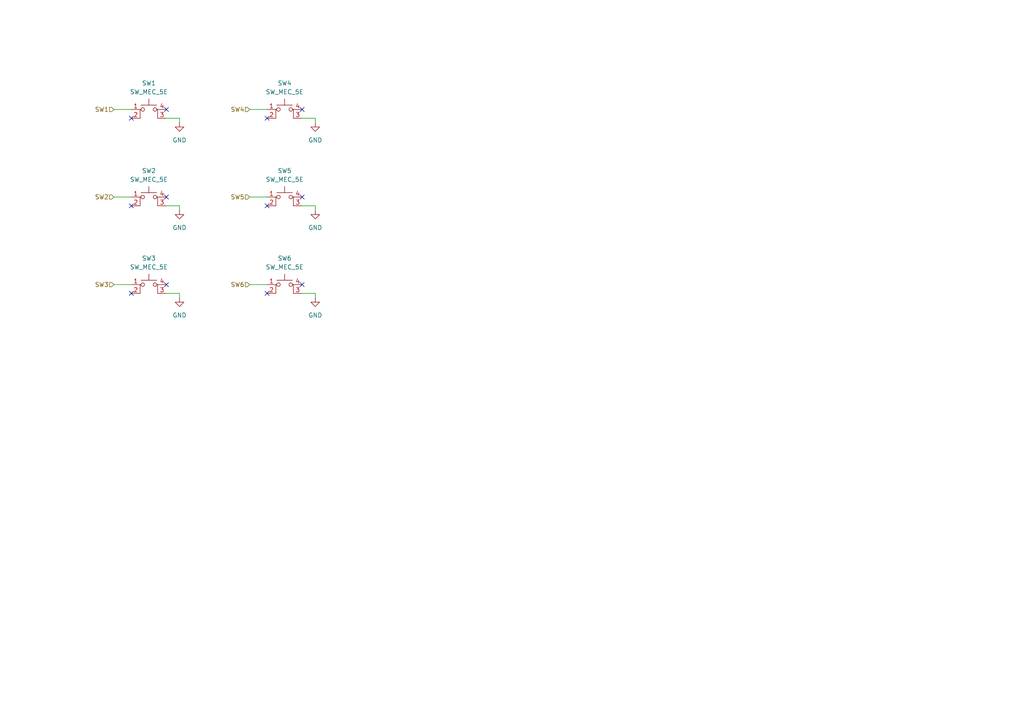
<source format=kicad_sch>
(kicad_sch (version 20211123) (generator eeschema)

  (uuid b018a2dd-5d55-4d47-bdce-09f41f0ce1b9)

  (paper "A4")

  (lib_symbols
    (symbol "Switch:SW_MEC_5E" (pin_names (offset 1.016) hide) (in_bom yes) (on_board yes)
      (property "Reference" "SW" (id 0) (at 0.635 5.715 0)
        (effects (font (size 1.27 1.27)) (justify left))
      )
      (property "Value" "SW_MEC_5E" (id 1) (at 0 -3.175 0)
        (effects (font (size 1.27 1.27)))
      )
      (property "Footprint" "" (id 2) (at 0 7.62 0)
        (effects (font (size 1.27 1.27)) hide)
      )
      (property "Datasheet" "http://www.apem.com/int/index.php?controller=attachment&id_attachment=1371" (id 3) (at 0 7.62 0)
        (effects (font (size 1.27 1.27)) hide)
      )
      (property "ki_keywords" "switch normally-open pushbutton push-button" (id 4) (at 0 0 0)
        (effects (font (size 1.27 1.27)) hide)
      )
      (property "ki_description" "MEC 5E single pole normally-open tactile switch" (id 5) (at 0 0 0)
        (effects (font (size 1.27 1.27)) hide)
      )
      (property "ki_fp_filters" "SW*MEC*5G*" (id 6) (at 0 0 0)
        (effects (font (size 1.27 1.27)) hide)
      )
      (symbol "SW_MEC_5E_0_1"
        (circle (center -1.778 2.54) (radius 0.508)
          (stroke (width 0) (type default) (color 0 0 0 0))
          (fill (type none))
        )
        (polyline
          (pts
            (xy -2.286 3.81)
            (xy 2.286 3.81)
          )
          (stroke (width 0) (type default) (color 0 0 0 0))
          (fill (type none))
        )
        (polyline
          (pts
            (xy 0 3.81)
            (xy 0 5.588)
          )
          (stroke (width 0) (type default) (color 0 0 0 0))
          (fill (type none))
        )
        (polyline
          (pts
            (xy -2.54 0)
            (xy -2.54 2.54)
            (xy -2.286 2.54)
          )
          (stroke (width 0) (type default) (color 0 0 0 0))
          (fill (type none))
        )
        (polyline
          (pts
            (xy 2.54 0)
            (xy 2.54 2.54)
            (xy 2.286 2.54)
          )
          (stroke (width 0) (type default) (color 0 0 0 0))
          (fill (type none))
        )
        (circle (center 1.778 2.54) (radius 0.508)
          (stroke (width 0) (type default) (color 0 0 0 0))
          (fill (type none))
        )
        (pin passive line (at -5.08 2.54 0) (length 2.54)
          (name "1" (effects (font (size 1.27 1.27))))
          (number "1" (effects (font (size 1.27 1.27))))
        )
        (pin passive line (at -5.08 0 0) (length 2.54)
          (name "2" (effects (font (size 1.27 1.27))))
          (number "2" (effects (font (size 1.27 1.27))))
        )
        (pin passive line (at 5.08 0 180) (length 2.54)
          (name "K" (effects (font (size 1.27 1.27))))
          (number "3" (effects (font (size 1.27 1.27))))
        )
        (pin passive line (at 5.08 2.54 180) (length 2.54)
          (name "A" (effects (font (size 1.27 1.27))))
          (number "4" (effects (font (size 1.27 1.27))))
        )
      )
    )
    (symbol "power:GND" (power) (pin_names (offset 0)) (in_bom yes) (on_board yes)
      (property "Reference" "#PWR" (id 0) (at 0 -6.35 0)
        (effects (font (size 1.27 1.27)) hide)
      )
      (property "Value" "GND" (id 1) (at 0 -3.81 0)
        (effects (font (size 1.27 1.27)))
      )
      (property "Footprint" "" (id 2) (at 0 0 0)
        (effects (font (size 1.27 1.27)) hide)
      )
      (property "Datasheet" "" (id 3) (at 0 0 0)
        (effects (font (size 1.27 1.27)) hide)
      )
      (property "ki_keywords" "power-flag" (id 4) (at 0 0 0)
        (effects (font (size 1.27 1.27)) hide)
      )
      (property "ki_description" "Power symbol creates a global label with name \"GND\" , ground" (id 5) (at 0 0 0)
        (effects (font (size 1.27 1.27)) hide)
      )
      (symbol "GND_0_1"
        (polyline
          (pts
            (xy 0 0)
            (xy 0 -1.27)
            (xy 1.27 -1.27)
            (xy 0 -2.54)
            (xy -1.27 -1.27)
            (xy 0 -1.27)
          )
          (stroke (width 0) (type default) (color 0 0 0 0))
          (fill (type none))
        )
      )
      (symbol "GND_1_1"
        (pin power_in line (at 0 0 270) (length 0) hide
          (name "GND" (effects (font (size 1.27 1.27))))
          (number "1" (effects (font (size 1.27 1.27))))
        )
      )
    )
  )


  (no_connect (at 38.1 85.09) (uuid 75060898-447d-44c9-8011-79aaa88a93c8))
  (no_connect (at 48.26 82.55) (uuid 75060898-447d-44c9-8011-79aaa88a93c8))
  (no_connect (at 77.47 59.69) (uuid 75060898-447d-44c9-8011-79aaa88a93c8))
  (no_connect (at 87.63 57.15) (uuid 75060898-447d-44c9-8011-79aaa88a93c8))
  (no_connect (at 38.1 59.69) (uuid 75060898-447d-44c9-8011-79aaa88a93c8))
  (no_connect (at 48.26 57.15) (uuid 75060898-447d-44c9-8011-79aaa88a93c8))
  (no_connect (at 77.47 85.09) (uuid 75060898-447d-44c9-8011-79aaa88a93c8))
  (no_connect (at 87.63 82.55) (uuid 75060898-447d-44c9-8011-79aaa88a93c8))
  (no_connect (at 38.1 34.29) (uuid 75060898-447d-44c9-8011-79aaa88a93c8))
  (no_connect (at 48.26 31.75) (uuid 75060898-447d-44c9-8011-79aaa88a93c8))
  (no_connect (at 77.47 34.29) (uuid 75060898-447d-44c9-8011-79aaa88a93c8))
  (no_connect (at 87.63 31.75) (uuid 75060898-447d-44c9-8011-79aaa88a93c8))

  (wire (pts (xy 52.07 86.36) (xy 52.07 85.09))
    (stroke (width 0) (type default) (color 0 0 0 0))
    (uuid 1d51243a-aa9e-4a86-9d4a-6018e4d7224c)
  )
  (wire (pts (xy 91.44 35.56) (xy 91.44 34.29))
    (stroke (width 0) (type default) (color 0 0 0 0))
    (uuid 3b4b0f4f-9fb6-4a00-8379-37fd9d850034)
  )
  (wire (pts (xy 33.02 82.55) (xy 38.1 82.55))
    (stroke (width 0) (type default) (color 0 0 0 0))
    (uuid 48244ba7-1743-415e-b652-f1d2af972dda)
  )
  (wire (pts (xy 52.07 34.29) (xy 48.26 34.29))
    (stroke (width 0) (type default) (color 0 0 0 0))
    (uuid 50332406-e284-46e0-a619-78776c649afd)
  )
  (wire (pts (xy 91.44 59.69) (xy 87.63 59.69))
    (stroke (width 0) (type default) (color 0 0 0 0))
    (uuid 5b2a431d-cc93-4b18-a00c-24485c6b4830)
  )
  (wire (pts (xy 33.02 31.75) (xy 38.1 31.75))
    (stroke (width 0) (type default) (color 0 0 0 0))
    (uuid 5e568623-f339-48f9-ab99-4ab13fc46419)
  )
  (wire (pts (xy 91.44 34.29) (xy 87.63 34.29))
    (stroke (width 0) (type default) (color 0 0 0 0))
    (uuid 6ffbaf37-65c5-49d3-9a51-e90477c665b0)
  )
  (wire (pts (xy 52.07 59.69) (xy 48.26 59.69))
    (stroke (width 0) (type default) (color 0 0 0 0))
    (uuid 727b9f2a-c716-46c7-994d-910dea9f8a5e)
  )
  (wire (pts (xy 52.07 85.09) (xy 48.26 85.09))
    (stroke (width 0) (type default) (color 0 0 0 0))
    (uuid 8011ee40-a001-4999-9ea2-8d2ac3fbb0d2)
  )
  (wire (pts (xy 52.07 60.96) (xy 52.07 59.69))
    (stroke (width 0) (type default) (color 0 0 0 0))
    (uuid 88ab816b-1eb7-4d66-b3f9-1053adaf6b2c)
  )
  (wire (pts (xy 91.44 85.09) (xy 87.63 85.09))
    (stroke (width 0) (type default) (color 0 0 0 0))
    (uuid 8f1c716a-152b-4923-8383-42756226083a)
  )
  (wire (pts (xy 91.44 86.36) (xy 91.44 85.09))
    (stroke (width 0) (type default) (color 0 0 0 0))
    (uuid 8fe376bf-0d6a-4f0a-803d-df34ea4a8426)
  )
  (wire (pts (xy 52.07 35.56) (xy 52.07 34.29))
    (stroke (width 0) (type default) (color 0 0 0 0))
    (uuid 9aa2bb98-ac91-4312-9b8c-145d5ac1b08f)
  )
  (wire (pts (xy 91.44 60.96) (xy 91.44 59.69))
    (stroke (width 0) (type default) (color 0 0 0 0))
    (uuid 9dcffeeb-2577-44d4-95af-740aeace409e)
  )
  (wire (pts (xy 72.39 57.15) (xy 77.47 57.15))
    (stroke (width 0) (type default) (color 0 0 0 0))
    (uuid b523fca7-2a7e-459a-b17b-29e30cb877be)
  )
  (wire (pts (xy 72.39 31.75) (xy 77.47 31.75))
    (stroke (width 0) (type default) (color 0 0 0 0))
    (uuid b862f9dd-301a-4464-aa53-245d8e7f703f)
  )
  (wire (pts (xy 33.02 57.15) (xy 38.1 57.15))
    (stroke (width 0) (type default) (color 0 0 0 0))
    (uuid c1db1e3b-ba96-4aa2-8977-170acb0c0cad)
  )
  (wire (pts (xy 72.39 82.55) (xy 77.47 82.55))
    (stroke (width 0) (type default) (color 0 0 0 0))
    (uuid ec55e526-b6a4-4200-a88b-50c3bfa54e45)
  )

  (hierarchical_label "SW2" (shape input) (at 33.02 57.15 180)
    (effects (font (size 1.27 1.27)) (justify right))
    (uuid 427939a6-4e9c-4119-ad35-48409f5a1797)
  )
  (hierarchical_label "SW6" (shape input) (at 72.39 82.55 180)
    (effects (font (size 1.27 1.27)) (justify right))
    (uuid 462b58ec-7c50-4b1e-9cca-73e05f554f97)
  )
  (hierarchical_label "SW3" (shape input) (at 33.02 82.55 180)
    (effects (font (size 1.27 1.27)) (justify right))
    (uuid 709652a1-6ba1-47d0-bc2e-a2047a566b08)
  )
  (hierarchical_label "SW4" (shape input) (at 72.39 31.75 180)
    (effects (font (size 1.27 1.27)) (justify right))
    (uuid c695e461-e736-4854-b19d-7d8af6c08cf2)
  )
  (hierarchical_label "SW5" (shape input) (at 72.39 57.15 180)
    (effects (font (size 1.27 1.27)) (justify right))
    (uuid f1faf020-d555-4065-a989-1534696859a7)
  )
  (hierarchical_label "SW1" (shape input) (at 33.02 31.75 180)
    (effects (font (size 1.27 1.27)) (justify right))
    (uuid f47e0104-0cba-4da1-8611-12407d43be4d)
  )

  (symbol (lib_id "Switch:SW_MEC_5E") (at 43.18 34.29 0) (unit 1)
    (in_bom yes) (on_board yes) (fields_autoplaced)
    (uuid 4b27c89a-8454-4ba8-803e-90e6c91e079f)
    (property "Reference" "SW1" (id 0) (at 43.18 24.13 0))
    (property "Value" "SW_MEC_5E" (id 1) (at 43.18 26.67 0))
    (property "Footprint" "Button_Switch_SMD:SW_MEC_5GSH9" (id 2) (at 43.18 26.67 0)
      (effects (font (size 1.27 1.27)) hide)
    )
    (property "Datasheet" "http://www.apem.com/int/index.php?controller=attachment&id_attachment=1371" (id 3) (at 43.18 26.67 0)
      (effects (font (size 1.27 1.27)) hide)
    )
    (pin "1" (uuid 5926c2ed-b5dd-4296-9c85-b9f45956ce2d))
    (pin "2" (uuid 8b6f9db7-a7bb-486d-aa91-c44c1bc42cab))
    (pin "3" (uuid f4f46f09-73d4-4fcc-96f1-e80acbef5d67))
    (pin "4" (uuid 6baf8e57-c2cd-4cc7-ad15-afc156a30494))
  )

  (symbol (lib_id "power:GND") (at 52.07 60.96 0) (unit 1)
    (in_bom yes) (on_board yes) (fields_autoplaced)
    (uuid 6fdbd8b7-241a-44be-9ae7-bf590a1eea28)
    (property "Reference" "#PWR029" (id 0) (at 52.07 67.31 0)
      (effects (font (size 1.27 1.27)) hide)
    )
    (property "Value" "GND" (id 1) (at 52.07 66.04 0))
    (property "Footprint" "" (id 2) (at 52.07 60.96 0)
      (effects (font (size 1.27 1.27)) hide)
    )
    (property "Datasheet" "" (id 3) (at 52.07 60.96 0)
      (effects (font (size 1.27 1.27)) hide)
    )
    (pin "1" (uuid 43e4b1d5-50ef-4dc6-9442-7dae809ce6f5))
  )

  (symbol (lib_id "power:GND") (at 91.44 86.36 0) (unit 1)
    (in_bom yes) (on_board yes) (fields_autoplaced)
    (uuid 7966ce44-4b4e-4318-b199-982a323f8696)
    (property "Reference" "#PWR033" (id 0) (at 91.44 92.71 0)
      (effects (font (size 1.27 1.27)) hide)
    )
    (property "Value" "GND" (id 1) (at 91.44 91.44 0))
    (property "Footprint" "" (id 2) (at 91.44 86.36 0)
      (effects (font (size 1.27 1.27)) hide)
    )
    (property "Datasheet" "" (id 3) (at 91.44 86.36 0)
      (effects (font (size 1.27 1.27)) hide)
    )
    (pin "1" (uuid edcf4331-865e-4994-a1c8-38a4f5ae6283))
  )

  (symbol (lib_id "Switch:SW_MEC_5E") (at 43.18 59.69 0) (unit 1)
    (in_bom yes) (on_board yes) (fields_autoplaced)
    (uuid 96d74377-bd1f-4c60-b2d5-38b41275db7a)
    (property "Reference" "SW2" (id 0) (at 43.18 49.53 0))
    (property "Value" "SW_MEC_5E" (id 1) (at 43.18 52.07 0))
    (property "Footprint" "Button_Switch_SMD:SW_MEC_5GSH9" (id 2) (at 43.18 52.07 0)
      (effects (font (size 1.27 1.27)) hide)
    )
    (property "Datasheet" "http://www.apem.com/int/index.php?controller=attachment&id_attachment=1371" (id 3) (at 43.18 52.07 0)
      (effects (font (size 1.27 1.27)) hide)
    )
    (pin "1" (uuid 4dc1cfc5-f62e-40d9-b724-7532f1453df1))
    (pin "2" (uuid 85e720e8-40c3-4f0f-bb21-fe26cce9b49c))
    (pin "3" (uuid 78600d00-db82-40b8-93f2-bcfe08c8a888))
    (pin "4" (uuid 97fd6357-569d-49a0-bc6f-1f0022156229))
  )

  (symbol (lib_id "power:GND") (at 91.44 35.56 0) (unit 1)
    (in_bom yes) (on_board yes) (fields_autoplaced)
    (uuid 9b953cad-8cde-4ffc-a780-44ad7cd5a935)
    (property "Reference" "#PWR031" (id 0) (at 91.44 41.91 0)
      (effects (font (size 1.27 1.27)) hide)
    )
    (property "Value" "GND" (id 1) (at 91.44 40.64 0))
    (property "Footprint" "" (id 2) (at 91.44 35.56 0)
      (effects (font (size 1.27 1.27)) hide)
    )
    (property "Datasheet" "" (id 3) (at 91.44 35.56 0)
      (effects (font (size 1.27 1.27)) hide)
    )
    (pin "1" (uuid 3dc6b75c-2020-42bb-bfc5-6e7c1f03a21c))
  )

  (symbol (lib_id "Switch:SW_MEC_5E") (at 82.55 59.69 0) (unit 1)
    (in_bom yes) (on_board yes) (fields_autoplaced)
    (uuid 9eeebe13-2fa9-4aea-9479-4f984db42112)
    (property "Reference" "SW5" (id 0) (at 82.55 49.53 0))
    (property "Value" "SW_MEC_5E" (id 1) (at 82.55 52.07 0))
    (property "Footprint" "Button_Switch_SMD:SW_MEC_5GSH9" (id 2) (at 82.55 52.07 0)
      (effects (font (size 1.27 1.27)) hide)
    )
    (property "Datasheet" "http://www.apem.com/int/index.php?controller=attachment&id_attachment=1371" (id 3) (at 82.55 52.07 0)
      (effects (font (size 1.27 1.27)) hide)
    )
    (pin "1" (uuid b9d79ff6-6ace-422f-b257-08aa7986ea0d))
    (pin "2" (uuid 62b92124-01fe-4120-9a66-c53415c7e382))
    (pin "3" (uuid 9f0ebc88-db7a-411d-999e-97ff1a9dd83e))
    (pin "4" (uuid f5495d81-5b8c-462f-8237-1609634cae2b))
  )

  (symbol (lib_id "Switch:SW_MEC_5E") (at 82.55 85.09 0) (unit 1)
    (in_bom yes) (on_board yes) (fields_autoplaced)
    (uuid a5dcf6d1-c1aa-40cf-a27b-ff3974a5141a)
    (property "Reference" "SW6" (id 0) (at 82.55 74.93 0))
    (property "Value" "SW_MEC_5E" (id 1) (at 82.55 77.47 0))
    (property "Footprint" "Button_Switch_SMD:SW_MEC_5GSH9" (id 2) (at 82.55 77.47 0)
      (effects (font (size 1.27 1.27)) hide)
    )
    (property "Datasheet" "http://www.apem.com/int/index.php?controller=attachment&id_attachment=1371" (id 3) (at 82.55 77.47 0)
      (effects (font (size 1.27 1.27)) hide)
    )
    (pin "1" (uuid f49e2266-9705-4f0e-86cb-24e4364dbb08))
    (pin "2" (uuid d51c7fa9-66c6-4665-abc6-ecba44d155f0))
    (pin "3" (uuid 2c469a3b-f70e-4c45-bb27-72103d05d7c1))
    (pin "4" (uuid dd835a88-0c63-47bc-bf1a-7b2adc649f35))
  )

  (symbol (lib_id "power:GND") (at 52.07 86.36 0) (unit 1)
    (in_bom yes) (on_board yes) (fields_autoplaced)
    (uuid b2028331-a939-4527-9304-505fec8dccde)
    (property "Reference" "#PWR030" (id 0) (at 52.07 92.71 0)
      (effects (font (size 1.27 1.27)) hide)
    )
    (property "Value" "GND" (id 1) (at 52.07 91.44 0))
    (property "Footprint" "" (id 2) (at 52.07 86.36 0)
      (effects (font (size 1.27 1.27)) hide)
    )
    (property "Datasheet" "" (id 3) (at 52.07 86.36 0)
      (effects (font (size 1.27 1.27)) hide)
    )
    (pin "1" (uuid 922d8b26-1720-4e5a-819f-44bd863d9636))
  )

  (symbol (lib_id "power:GND") (at 91.44 60.96 0) (unit 1)
    (in_bom yes) (on_board yes) (fields_autoplaced)
    (uuid b40610f8-16a1-4bed-8e86-b23324da2fce)
    (property "Reference" "#PWR032" (id 0) (at 91.44 67.31 0)
      (effects (font (size 1.27 1.27)) hide)
    )
    (property "Value" "GND" (id 1) (at 91.44 66.04 0))
    (property "Footprint" "" (id 2) (at 91.44 60.96 0)
      (effects (font (size 1.27 1.27)) hide)
    )
    (property "Datasheet" "" (id 3) (at 91.44 60.96 0)
      (effects (font (size 1.27 1.27)) hide)
    )
    (pin "1" (uuid 15e17fda-0eb1-47f5-acb8-fced5bb9fcd7))
  )

  (symbol (lib_id "power:GND") (at 52.07 35.56 0) (unit 1)
    (in_bom yes) (on_board yes) (fields_autoplaced)
    (uuid d569c7cd-6a7c-48d1-ba2b-fbfb4826c52e)
    (property "Reference" "#PWR028" (id 0) (at 52.07 41.91 0)
      (effects (font (size 1.27 1.27)) hide)
    )
    (property "Value" "GND" (id 1) (at 52.07 40.64 0))
    (property "Footprint" "" (id 2) (at 52.07 35.56 0)
      (effects (font (size 1.27 1.27)) hide)
    )
    (property "Datasheet" "" (id 3) (at 52.07 35.56 0)
      (effects (font (size 1.27 1.27)) hide)
    )
    (pin "1" (uuid 4b8019fb-f0f4-4a10-a7c4-c68c918a72cc))
  )

  (symbol (lib_id "Switch:SW_MEC_5E") (at 82.55 34.29 0) (unit 1)
    (in_bom yes) (on_board yes) (fields_autoplaced)
    (uuid f2b11e95-665e-44ea-9fbf-3b9614712110)
    (property "Reference" "SW4" (id 0) (at 82.55 24.13 0))
    (property "Value" "SW_MEC_5E" (id 1) (at 82.55 26.67 0))
    (property "Footprint" "Button_Switch_SMD:SW_MEC_5GSH9" (id 2) (at 82.55 26.67 0)
      (effects (font (size 1.27 1.27)) hide)
    )
    (property "Datasheet" "http://www.apem.com/int/index.php?controller=attachment&id_attachment=1371" (id 3) (at 82.55 26.67 0)
      (effects (font (size 1.27 1.27)) hide)
    )
    (pin "1" (uuid 33a3d902-795e-41ad-a91b-b3ea855029f4))
    (pin "2" (uuid ad57a4c2-4855-48ce-a97c-ad06da402b48))
    (pin "3" (uuid 237eb716-5295-44d3-9835-f8feb53929b1))
    (pin "4" (uuid e0521593-12f9-4d82-9b07-7455708626df))
  )

  (symbol (lib_id "Switch:SW_MEC_5E") (at 43.18 85.09 0) (unit 1)
    (in_bom yes) (on_board yes) (fields_autoplaced)
    (uuid fcd776c5-615f-450a-8e60-ca602b94d4ea)
    (property "Reference" "SW3" (id 0) (at 43.18 74.93 0))
    (property "Value" "SW_MEC_5E" (id 1) (at 43.18 77.47 0))
    (property "Footprint" "Button_Switch_SMD:SW_MEC_5GSH9" (id 2) (at 43.18 77.47 0)
      (effects (font (size 1.27 1.27)) hide)
    )
    (property "Datasheet" "http://www.apem.com/int/index.php?controller=attachment&id_attachment=1371" (id 3) (at 43.18 77.47 0)
      (effects (font (size 1.27 1.27)) hide)
    )
    (pin "1" (uuid 9563c9a7-ce63-4d8c-a52a-d736f99c7f4e))
    (pin "2" (uuid 50ff5413-1267-42fe-a8a1-541af8e76f4b))
    (pin "3" (uuid a5e923aa-fbf2-4a99-b01b-07efae597c78))
    (pin "4" (uuid cb7e709e-1449-4827-8a11-78abca3cb24c))
  )
)

</source>
